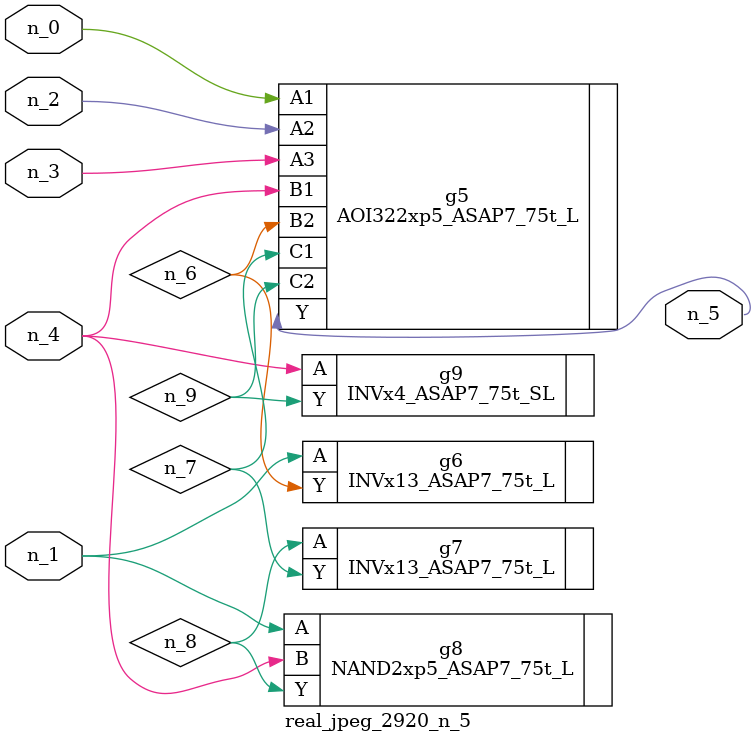
<source format=v>
module real_jpeg_2920_n_5 (n_4, n_0, n_1, n_2, n_3, n_5);

input n_4;
input n_0;
input n_1;
input n_2;
input n_3;

output n_5;

wire n_8;
wire n_6;
wire n_7;
wire n_9;

AOI322xp5_ASAP7_75t_L g5 ( 
.A1(n_0),
.A2(n_2),
.A3(n_3),
.B1(n_4),
.B2(n_6),
.C1(n_7),
.C2(n_9),
.Y(n_5)
);

INVx13_ASAP7_75t_L g6 ( 
.A(n_1),
.Y(n_6)
);

NAND2xp5_ASAP7_75t_L g8 ( 
.A(n_1),
.B(n_4),
.Y(n_8)
);

INVx4_ASAP7_75t_SL g9 ( 
.A(n_4),
.Y(n_9)
);

INVx13_ASAP7_75t_L g7 ( 
.A(n_8),
.Y(n_7)
);


endmodule
</source>
